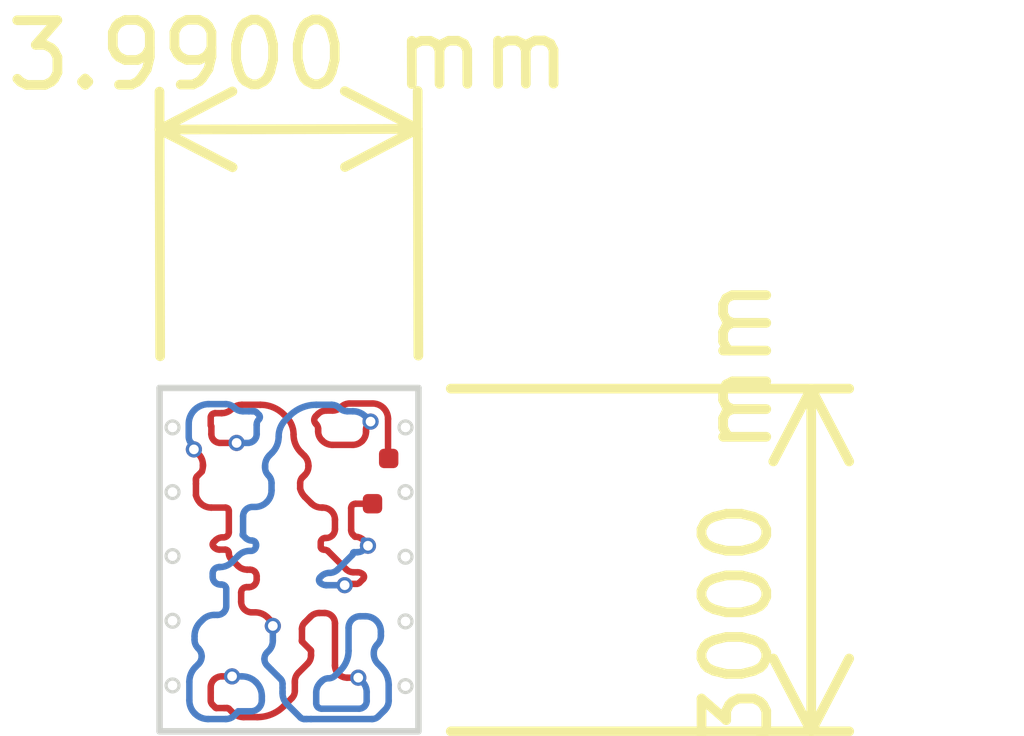
<source format=kicad_pcb>
(kicad_pcb (version 20221018) (generator pcbnew)
  (layers (0 "F.Cu" signal) (31 "B.Cu" signal) (34 "B.Paste" user) (35 "F.Paste" user) (36 "B.SilkS" user "B.Silkscreen") (37 "F.SilkS" user "F.Silkscreen") (38 "B.Mask" user) (39 "F.Mask" user) (44 "Edge.Cuts" user))
  (net 0 "")
  (footprint "nerve_cuff_pads:small_pad_nerve_cuff" (layer "F.Cu") (at 130.49 66.18)
    (fp_text reference "REF**" hide)
    (fp_text value "small_pad_nerve_cuff" hide)
    (pad "1" smd roundrect (at 0 0) (size 0.3 0.3) (layers "F.Cu" "F.Paste" "F.Mask"))
  )
  (footprint "nerve_cuff_pads:small_pad_nerve_cuff" (layer "F.Cu") (at 130.74 65.48)
    (fp_text reference "REF**" hide)
    (fp_text value "small_pad_nerve_cuff" hide)
    (pad "1" smd roundrect (at 0 0) (size 0.3 0.3) (layers "F.Cu" "F.Paste" "F.Mask"))
  )
  (gr_circle (center 131 68) (end 131.1 68) (stroke (width 0.05)) (fill none) (layer "Edge.Cuts"))
  (gr_line (start 127.2 64.39) (end 131.2 64.39) (stroke (width 0.1)) (layer "Edge.Cuts"))
  (gr_line (start 131.2 64.39) (end 131.2 69.7) (stroke (width 0.1)) (layer "Edge.Cuts"))
  (gr_circle (center 127.4 68.99) (end 127.5 68.99) (stroke (width 0.05)) (fill none) (layer "Edge.Cuts"))
  (gr_line (start 127.2 64.39) (end 127.2 69.7) (stroke (width 0.1)) (layer "Edge.Cuts"))
  (gr_circle (center 131 69) (end 131.1 69) (stroke (width 0.05)) (fill none) (layer "Edge.Cuts"))
  (gr_circle (center 131 67) (end 131.1 67) (stroke (width 0.05)) (fill none) (layer "Edge.Cuts"))
  (gr_circle (center 127.4 66.99) (end 127.5 66.99) (stroke (width 0.05)) (fill none) (layer "Edge.Cuts"))
  (gr_circle (center 127.4 65) (end 127.5 65) (stroke (width 0.05)) (fill none) (layer "Edge.Cuts"))
  (gr_circle (center 127.4 67.99) (end 127.5 67.99) (stroke (width 0.05)) (fill none) (layer "Edge.Cuts"))
  (gr_line (start 127.2 69.7) (end 131.195 69.7) (stroke (width 0.1)) (layer "Edge.Cuts"))
  (gr_circle (center 131 65) (end 131.1 65) (stroke (width 0.05)) (fill none) (layer "Edge.Cuts"))
  (gr_circle (center 127.4 66) (end 127.5 66) (stroke (width 0.05)) (fill none) (layer "Edge.Cuts"))
  (gr_circle (center 131 66) (end 131.1 66) (stroke (width 0.05)) (fill none) (layer "Edge.Cuts"))
  (dimension (type aligned) (layer "F.SilkS") (pts (xy 127.21 64.4) (xy 131.2 64.39)) (height -4.006163) (gr_text "3.9900 mm" (at 129.192078 59.238854 0.1435981442) (layer "F.SilkS") (effects (font (size 1 1) (thickness 0.15)))) (format (prefix "") (suffix "") (units 3) (units_format 1) (precision 4)) (style (thickness 0.15) (arrow_length 1.27) (text_position_mode 0) (extension_height 0.58642) (extension_offset 0.5) keep_text_aligned))
  (dimension (type aligned) (layer "F.SilkS") (pts (xy 131.2 64.4) (xy 131.2 69.7)) (height -6.07) (gr_text "5.3000 mm" (at 136.12 67.05 90) (layer "F.SilkS") (effects (font (size 1 1) (thickness 0.15)))) (format (prefix "") (suffix "") (units 3) (units_format 1) (precision 4)) (style (thickness 0.15) (arrow_length 1.27) (text_position_mode 0) (extension_height 0.58642) (extension_offset 0.5) keep_text_aligned))
  (segment (start 130.73 64.868994) (end 130.73 65.462928) (width 0.1) (layer "F.Cu") (net 0))
  (segment (start 129.12 69.31) (end 129.244038 69.185961) (width 0.1) (layer "F.Cu") (net 0))
  (segment (start 128.245 69.34) (end 128.23 69.34) (width 0.1) (layer "F.Cu") (net 0))
  (segment (start 129.667781 67.87) (end 129.75 67.87) (width 0.1) (layer "F.Cu") (net 0))
  (segment (start 129.796336 66.906841) (end 130.083177 67.193682) (width 0.1) (layer "F.Cu") (net 0))
  (segment (start 127.99 69.1) (end 127.99 69.18) (width 0.1) (layer "F.Cu") (net 0))
  (segment (start 128.625 67.86) (end 128.676862 67.86) (width 0.1) (layer "F.Cu") (net 0))
  (segment (start 129.5275 67.9325) (end 129.535 67.925) (width 0.1) (layer "F.Cu") (net 0))
  (segment (start 129.371955 65.859695) (end 129.371955 65.945034) (width 0.1) (layer "F.Cu") (net 0))
  (segment (start 129.403535 68.313535) (end 129.52 68.43) (width 0.1) (layer "F.Cu") (net 0))
  (segment (start 127.87 65.578994) (end 127.87 65.595147) (width 0.1) (layer "F.Cu") (net 0))
  (segment (start 130.22 67.42) (end 130.245 67.42) (width 0.1) (layer "F.Cu") (net 0))
  (segment (start 128.27 66.62) (end 128.27 66.291213) (width 0.1) (layer "F.Cu") (net 0))
  (segment (start 128.05 66.86) (end 128.034142 66.844142) (width 0.1) (layer "F.Cu") (net 0))
  (segment (start 128.065 69.335) (end 128.06 69.33) (width 0.1) (layer "F.Cu") (net 0))
  (segment (start 129.62 64.95) (end 129.614748 64.944748) (width 0.1) (layer "F.Cu") (net 0))
  (segment (start 127.99 64.848284) (end 127.99 64.962928) (width 0.1) (layer "F.Cu") (net 0))
  (segment (start 128.597573 67.2) (end 128.555 67.2) (width 0.1) (layer "F.Cu") (net 0))
  (segment (start 129.5275 67.9325) (end 129.5125 67.9475) (width 0.1) (layer "F.Cu") (net 0))
  (segment (start 129.54 68.457071) (end 129.54 68.525) (width 0.1) (layer "F.Cu") (net 0))
  (segment (start 127.761816 65.798034) (end 127.761816 65.822167) (width 0.1) (layer "F.Cu") (net 0))
  (segment (start 129.722218 66.24) (end 129.705 66.24) (width 0.1) (layer "F.Cu") (net 0))
  (segment (start 128 64.987071) (end 128 65.103431) (width 0.1) (layer "F.Cu") (net 0))
  (segment (start 127.761816 66.048183) (end 127.761816 65.870434) (width 0.1) (layer "F.Cu") (net 0))
  (segment (start 128.30889 67.03889) (end 128.409895 67.139895) (width 0.1) (layer "F.Cu") (net 0))
  (segment (start 129.486966 68.653033) (end 129.346568 68.793431) (width 0.1) (layer "F.Cu") (net 0))
  (segment (start 129.12 64.8) (end 129.156862 64.836862) (width 0.1) (layer "F.Cu") (net 0))
  (segment (start 127.77888 65.756836) (end 127.85204 65.683677) (width 0.1) (layer "F.Cu") (net 0))
  (segment (start 129.91 68.03) (end 129.91 68.682218) (width 0.1) (layer "F.Cu") (net 0))
  (segment (start 127.761816 65.822167) (end 127.761816 65.870434) (width 0.1) (layer "F.Cu") (net 0))
  (segment (start 128.39 65.24) (end 128.136568 65.24) (width 0.1) (layer "F.Cu") (net 0))
  (segment (start 129.5 65.59) (end 129.5 65.602218) (width 0.1) (layer "F.Cu") (net 0))
  (segment (start 130.260502 67.24) (end 130.194998 67.24) (width 0.1) (layer "F.Cu") (net 0))
  (segment (start 129.445 65.735) (end 129.397071 65.782928) (width 0.1) (layer "F.Cu") (net 0))
  (segment (start 128.058284 64.78) (end 128.158076 64.78) (width 0.1) (layer "F.Cu") (net 0))
  (segment (start 128.580502 67.47) (end 128.545 67.47) (width 0.1) (layer "F.Cu") (net 0))
  (segment (start 128.757867 64.65) (end 128.471923 64.65) (width 0.1) (layer "F.Cu") (net 0))
  (segment (start 128.018284 69.288284) (end 128.05 69.32) (width 0.1) (layer "F.Cu") (net 0))
  (segment (start 130.097781 68.87) (end 130.27 68.87) (width 0.1) (layer "F.Cu") (net 0))
  (segment (start 130.735 65.475) (end 130.74 65.48) (width 0.1) (layer "F.Cu") (net 0))
  (segment (start 130.39 65.029497) (end 130.39 65.065147) (width 0.1) (layer "F.Cu") (net 0))
  (segment (start 130.22 67.42) (end 130.17 67.42) (width 0.1) (layer "F.Cu") (net 0))
  (segment (start 128.32 68.85) (end 128.16071 68.85) (width 0.1) (layer "F.Cu") (net 0))
  (segment (start 129.4 68.305) (end 129.4 68.3) (width 0.1) (layer "F.Cu") (net 0))
  (segment (start 130.46 64.91) (end 130.425 64.945) (width 0.1) (layer "F.Cu") (net 0))
  (segment (start 129.29 68.9375) (end 129.29 68.93) (width 0.1) (layer "F.Cu") (net 0))
  (segment (start 129.29 68.9525) (end 129.29 69.075) (width 0.1) (layer "F.Cu") (net 0))
  (segment (start 127.8 65.41) (end 127.73 65.34) (width 0.1) (layer "F.Cu") (net 0))
  (segment (start 129.91 66.427781) (end 129.91 66.573431) (width 0.1) (layer "F.Cu") (net 0))
  (segment (start 129.52 68.43) (end 129.53 68.44) (width 0.1) (layer "F.Cu") (net 0))
  (segment (start 127.99 69.18) (end 127.99 69.22) (width 0.1) (layer "F.Cu") (net 0))
  (segment (start 128.23 69.34) (end 128.2 69.34) (width 0.1) (layer "F.Cu") (net 0))
  (segment (start 129.4 68.29) (end 129.4 68.3) (width 0.1) (layer "F.Cu") (net 0))
  (segment (start 129.69 66.845) (end 129.69 66.78) (width 0.1) (layer "F.Cu") (net 0))
  (segment (start 129.535 68.445) (end 129.53 68.44) (width 0.1) (layer "F.Cu") (net 0))
  (segment (start 130.491005 64.63) (end 130.137781 64.63) (width 0.1) (layer "F.Cu") (net 0))
  (segment (start 129.777781 64.74) (end 129.872218 64.74) (width 0.1) (layer "F.Cu") (net 0))
  (segment (start 128.709583 69.48) (end 128.498994 69.48) (width 0.1) (layer "F.Cu") (net 0))
  (segment (start 129.43636 65.43636) (end 129.383137 65.383137) (width 0.1) (layer "F.Cu") (net 0))
  (segment (start 129.44 68.02) (end 129.5125 67.9475) (width 0.1) (layer "F.Cu") (net 0))
  (segment (start 129.706568 65.196568) (end 129.715 65.205) (width 0.1) (layer "F.Cu") (net 0))
  (segment (start 129.65 65.022426) (end 129.65 65.06) (width 0.1) (layer "F.Cu") (net 0))
  (segment (start 130.22 66.69) (end 130.19 66.66) (width 0.1) (layer "F.Cu") (net 0))
  (segment (start 128.077071 69.34) (end 128.2 69.34) (width 0.1) (layer "F.Cu") (net 0))
  (segment (start 128.7 67.302426) (end 128.7 67.350502) (width 0.1) (layer "F.Cu") (net 0))
  (segment (start 129.4 68.116568) (end 129.4 68.29) (width 0.1) (layer "F.Cu") (net 0))
  (segment (start 127.99 69.1) (end 127.99 69.02071) (width 0.1) (layer "F.Cu") (net 0))
  (segment (start 130.16 66.248284) (end 130.16 66.587573) (width 0.1) (layer "F.Cu") (net 0))
  (segment (start 127.998994 66.24) (end 128.218786 66.24) (width 0.1) (layer "F.Cu") (net 0))
  (segment (start 128.122426 66.89) (end 128.215 66.89) (width 0.1) (layer "F.Cu") (net 0))
  (segment (start 130.17 67.42) (end 130.08 67.42) (width 0.1) (layer "F.Cu") (net 0))
  (segment (start 129.444246 66.074246) (end 129.542824 66.172824) (width 0.1) (layer "F.Cu") (net 0))
  (segment (start 128.05 69.32) (end 128.06 69.33) (width 0.1) (layer "F.Cu") (net 0))
  (segment (start 129.614748 64.825251) (end 129.645 64.795) (width 0.1) (layer "F.Cu") (net 0))
  (segment (start 130.228284 66.18) (end 130.49 66.18) (width 0.1) (layer "F.Cu") (net 0))
  (segment (start 129.29 68.9375) (end 129.29 68.9525) (width 0.1) (layer "F.Cu") (net 0))
  (segment (start 130.53 66.19) (end 130.535 66.185) (width 0.1) (layer "F.Cu") (net 0))
  (segment (start 128.173639 66.7) (end 128.19 66.7) (width 0.1) (layer "F.Cu") (net 0))
  (segment (start 129.445 65.735) (end 129.408477 65.771522) (width 0.1) (layer "F.Cu") (net 0))
  (segment (start 128.95 68.045) (end 128.95 68.07) (width 0.1) (layer "F.Cu") (net 0))
  (segment (start 128.932322 68.002322) (end 128.87 67.94) (width 0.1) (layer "F.Cu") (net 0))
  (segment (start 128.46 67.695) (end 128.46 67.555) (width 0.1) (layer "F.Cu") (net 0))
  (segment (start 129.76 66.71) (end 129.773431 66.71) (width 0.1) (layer "F.Cu") (net 0))
  (segment (start 128.034142 66.775857) (end 128.065 66.745) (width 0.1) (layer "F.Cu") (net 0))
  (segment (start 128.270606 69.350606) (end 128.33 69.41) (width 0.1) (layer "F.Cu") (net 0))
  (segment (start 130.287677 67.402322) (end 130.344999 67.344999) (width 0.1) (layer "F.Cu") (net 0))
  (segment (start 130.185147 65.27) (end 129.871923 65.27) (width 0.1) (layer "F.Cu") (net 0))
  (via (at 130.42 66.83) (size 0.25) (drill 0.15) (layers "F.Cu" "B.Cu") (net 0))
  (via (at 127.73 65.34) (size 0.25) (drill 0.15) (layers "F.Cu" "B.Cu") (net 0))
  (via (at 130.06 67.44) (size 0.25) (drill 0.15) (layers "F.Cu" "B.Cu") (net 0))
  (via (at 128.95 68.07) (size 0.25) (drill 0.15) (layers "F.Cu" "B.Cu") (net 0))
  (via (at 128.32 68.85) (size 0.25) (drill 0.15) (layers "F.Cu" "B.Cu") (net 0))
  (via (at 128.39 65.24) (size 0.25) (drill 0.15) (layers "F.Cu" "B.Cu") (net 0))
  (via (at 130.46 64.91) (size 0.25) (drill 0.15) (layers "F.Cu" "B.Cu") (net 0))
  (via (at 130.27 68.87) (size 0.25) (drill 0.15) (layers "F.Cu" "B.Cu") (net 0))
  (arc (start 129.91 68.682218) (mid 129.924294 68.754079) (end 129.965 68.815) (width 0.1) (layer "F.Cu") (net 0))
  (arc (start 130.491005 64.63) (mid 130.582464 64.648192) (end 130.66 64.7) (width 0.1) (layer "F.Cu") (net 0))
  (arc (start 130.083177 67.193682) (mid 130.134481 67.227962) (end 130.194998 67.24) (width 0.1) (layer "F.Cu") (net 0))
  (arc (start 128.270606 69.350606) (mid 128.258858 69.342756) (end 128.245 69.34) (width 0.1) (layer "F.Cu") (net 0))
  (arc (start 127.77888 65.756836) (mid 127.76625 65.775737) (end 127.761816 65.798034) (width 0.1) (layer "F.Cu") (net 0))
  (arc (start 128.471923 64.65) (mid 128.386997 64.666892) (end 128.315 64.715) (width 0.1) (layer "F.Cu") (net 0))
  (arc (start 127.998994 66.24) (mid 127.907535 66.221807) (end 127.83 66.17) (width 0.1) (layer "F.Cu") (net 0))
  (arc (start 129.59 64.885) (mid 129.596431 64.917335) (end 129.614748 64.944748) (width 0.1) (layer "F.Cu") (net 0))
  (arc (start 127.99 69.02071) (mid 128.002994 68.955382) (end 128.04 68.9) (width 0.1) (layer "F.Cu") (net 0))
  (arc (start 128.173639 66.7) (mid 128.114844 66.711695) (end 128.065 66.745) (width 0.1) (layer "F.Cu") (net 0))
  (arc (start 130.005 64.685) (mid 130.06592 64.644294) (end 130.137781 64.63) (width 0.1) (layer "F.Cu") (net 0))
  (arc (start 128.018284 69.288284) (mid 127.99735 69.256955) (end 127.99 69.22) (width 0.1) (layer "F.Cu") (net 0))
  (arc (start 128.625 67.86) (mid 128.508327 67.811672) (end 128.46 67.695) (width 0.1) (layer "F.Cu") (net 0))
  (arc (start 130.287677 67.402322) (mid 130.268096 67.415405) (end 130.245 67.42) (width 0.1) (layer "F.Cu") (net 0))
  (arc (start 127.87 65.578994) (mid 127.851807 65.487535) (end 127.8 65.41) (width 0.1) (layer "F.Cu") (net 0))
  (arc (start 129.667781 67.87) (mid 129.59592 67.884294) (end 129.535 67.925) (width 0.1) (layer "F.Cu") (net 0))
  (arc (start 129.706568 65.196568) (mid 129.664701 65.13391) (end 129.65 65.06) (width 0.1) (layer "F.Cu") (net 0))
  (arc (start 127.761816 66.048183) (mid 127.78822 66.113667) (end 127.83 66.17) (width 0.1) (layer "F.Cu") (net 0))
  (arc (start 129.855 66.295) (mid 129.895705 66.35592) (end 129.91 66.427781) (width 0.1) (layer "F.Cu") (net 0))
  (arc (start 128.67 67.23) (mid 128.63677 67.207796) (end 128.597573 67.2) (width 0.1) (layer "F.Cu") (net 0))
  (arc (start 129.383137 65.383137) (mid 129.299403 65.25782) (end 129.27 65.11) (width 0.1) (layer "F.Cu") (net 0))
  (arc (start 129.43636 65.43636) (mid 129.48346 65.50685) (end 129.5 65.59) (width 0.1) (layer "F.Cu") (net 0))
  (arc (start 128.04 68.9) (mid 128.095382 68.862994) (end 128.16071 68.85) (width 0.1) (layer "F.Cu") (net 0))
  (arc (start 128.409895 67.139895) (mid 128.476469 67.184379) (end 128.555 67.2) (width 0.1) (layer "F.Cu") (net 0))
  (arc (start 128.01 64.8) (mid 128.032152 64.785197) (end 128.058284 64.78) (width 0.1) (layer "F.Cu") (net 0))
  (arc (start 130.53 66.19) (mid 130.485693 66.219604) (end 130.433431 66.23) (width 0.1) (layer "F.Cu") (net 0))
  (arc (start 129.4 68.305) (mid 129.400918 68.309619) (end 129.403535 68.313535) (width 0.1) (layer "F.Cu") (net 0))
  (arc (start 128.87 67.94) (mid 128.781387 67.880791) (end 128.676862 67.86) (width 0.1) (layer "F.Cu") (net 0))
  (arc (start 129.715 65.205) (mid 129.786997 65.253107) (end 129.871923 65.27) (width 0.1) (layer "F.Cu") (net 0))
  (arc (start 130.18 66.2) (mid 130.165197 66.222152) (end 130.16 66.248284) (width 0.1) (layer "F.Cu") (net 0))
  (arc (start 129.855 66.295) (mid 129.794079 66.254294) (end 129.722218 66.24) (width 0.1) (layer "F.Cu") (net 0))
  (arc (start 129.87 66.67) (mid 129.825693 66.699604) (end 129.773431 66.71) (width 0.1) (layer "F.Cu") (net 0))
  (arc (start 128.67 67.23) (mid 128.692203 67.263229) (end 128.7 67.302426) (width 0.1) (layer "F.Cu") (net 0))
  (arc (start 128.580502 67.47) (mid 128.626232 67.460903) (end 128.665 67.435) (width 0.1) (layer "F.Cu") (net 0))
  (arc (start 129.445 65.735) (mid 129.485705 65.674079) (end 129.5 65.602218) (width 0.1) (layer "F.Cu") (net 0))
  (arc (start 129.614748 64.825251) (mid 129.596431 64.852664) (end 129.59 64.885) (width 0.1) (layer "F.Cu") (net 0))
  (arc (start 129.371955 65.859695) (mid 129.381446 65.811976) (end 129.408477 65.771522) (width 0.1) (layer "F.Cu") (net 0))
  (arc (start 128.01 64.8) (mid 127.995197 64.822152) (end 127.99 64.848284) (width 0.1) (layer "F.Cu") (net 0))
  (arc (start 130.22 66.69) (mid 130.29391 66.704701) (end 130.356568 66.746568) (width 0.1) (layer "F.Cu") (net 0))
  (arc (start 129.29 69.075) (mid 129.278054 69.135051) (end 129.244038 69.185961) (width 0.1) (layer "F.Cu") (net 0))
  (arc (start 129.54 68.457071) (mid 129.5387 68.450538) (end 129.535 68.445) (width 0.1) (layer "F.Cu") (net 0))
  (arc (start 130.39 65.029497) (mid 130.399096 64.983767) (end 130.425 64.945) (width 0.1) (layer "F.Cu") (net 0))
  (arc (start 130.73 65.462928) (mid 130.731299 65.469461) (end 130.735 65.475) (width 0.1) (layer "F.Cu") (net 0))
  (arc (start 130.005 64.685) (mid 129.944079 64.725705) (end 129.872218 64.74) (width 0.1) (layer "F.Cu") (net 0))
  (arc (start 129.156862 64.836862) (mid 129.240596 64.962179) (end 129.27 65.11) (width 0.1) (layer "F.Cu") (net 0))
  (arc (start 130.097781 68.87) (mid 130.02592 68.855705) (end 129.965 68.815) (width 0.1) (layer "F.Cu") (net 0))
  (arc (start 129.12 69.31) (mid 128.931699 69.435818) (end 128.709583 69.48) (width 0.1) (layer "F.Cu") (net 0))
  (arc (start 129.777781 64.74) (mid 129.70592 64.754294) (end 129.645 64.795) (width 0.1) (layer "F.Cu") (net 0))
  (arc (start 129.346568 68.793431) (mid 129.304701 68.856089) (end 129.29 68.93) (width 0.1) (layer "F.Cu") (net 0))
  (arc (start 129.4 68.116568) (mid 129.410395 68.064305) (end 129.44 68.02) (width 0.1) (layer "F.Cu") (net 0))
  (arc (start 128.02 66.81) (mid 128.023675 66.828477) (end 128.034142 66.844142) (width 0.1) (layer "F.Cu") (net 0))
  (arc (start 128.27 66.62) (mid 128.246568 66.676568) (end 128.19 66.7) (width 0.1) (layer "F.Cu") (net 0))
  (arc (start 128.255 66.255) (mid 128.266101 66.271614) (end 128.27 66.291213) (width 0.1) (layer "F.Cu") (net 0))
  (arc (start 130.185147 65.27) (mid 130.26354 65.254406) (end 130.33 65.21) (width 0.1) (layer "F.Cu") (net 0))
  (arc (start 129.87 66.67) (mid 129.899604 66.625693) (end 129.91 66.573431) (width 0.1) (layer "F.Cu") (net 0))
  (arc (start 128.065 69.335) (mid 128.070538 69.3387) (end 128.077071 69.34) (width 0.1) (layer "F.Cu") (net 0))
  (arc (start 129.12 64.8) (mid 128.953852 64.688983) (end 128.757867 64.65) (width 0.1) (layer "F.Cu") (net 0))
  (arc (start 129.91 68.03) (mid 129.863137 67.916862) (end 129.75 67.87) (width 0.1) (layer "F.Cu") (net 0))
  (arc (start 129.735 66.89) (mid 129.70318 66.876819) (end 129.69 66.845) (width 0.1) (layer "F.Cu") (net 0))
  (arc (start 127.995 64.975) (mid 127.991299 64.969461) (end 127.99 64.962928) (width 0.1) (layer "F.Cu") (net 0))
  (arc (start 128.315 64.715) (mid 128.243002 64.763107) (end 128.158076 64.78) (width 0.1) (layer "F.Cu") (net 0))
  (arc (start 130.345 67.275) (mid 130.306232 67.249096) (end 130.260502 67.24) (width 0.1) (layer "F.Cu") (net 0))
  (arc (start 129.735 66.89) (mid 129.766535 66.894679) (end 129.796336 66.906841) (width 0.1) (layer "F.Cu") (net 0))
  (arc (start 130.16 66.587573) (mid 130.167796 66.62677) (end 130.19 66.66) (width 0.1) (layer "F.Cu") (net 0))
  (arc (start 129.444246 66.074246) (mid 129.399933 66.014495) (end 129.371955 65.945034) (width 0.1) (layer "F.Cu") (net 0))
  (arc (start 129.76 66.71) (mid 129.710502 66.730502) (end 129.69 66.78) (width 0.1) (layer "F.Cu") (net 0))
  (arc (start 128.02 66.81) (mid 128.023675 66.791522) (end 128.034142 66.775857) (width 0.1) (layer "F.Cu") (net 0))
  (arc (start 128.05 66.86) (mid 128.083229 66.882203) (end 128.122426 66.89) (width 0.1) (layer "F.Cu") (net 0))
  (arc (start 128.255 66.255) (mid 128.238385 66.243898) (end 128.218786 66.24) (width 0.1) (layer "F.Cu") (net 0))
  (arc (start 128.30889 67.03889) (mid 128.280107 66.995813) (end 128.27 66.945) (width 0.1) (layer "F.Cu") (net 0))
  (arc (start 127.85204 65.683677) (mid 127.864797 65.640109) (end 127.87 65.595147) (width 0.1) (layer "F.Cu") (net 0))
  (arc (start 130.228284 66.18) (mid 130.202152 66.185197) (end 130.18 66.2) (width 0.1) (layer "F.Cu") (net 0))
  (arc (start 129.542824 66.172824) (mid 129.617231 66.222541) (end 129.705 66.24) (width 0.1) (layer "F.Cu") (net 0))
  (arc (start 128.27 66.945) (mid 128.25389 66.906109) (end 128.215 66.89) (width 0.1) (layer "F.Cu") (net 0))
  (arc (start 128.7 67.350502) (mid 128.690903 67.396232) (end 128.665 67.435) (width 0.1) (layer "F.Cu") (net 0))
  (arc (start 129.62 64.95) (mid 129.642203 64.983229) (end 129.65 65.022426) (width 0.1) (layer "F.Cu") (net 0))
  (arc (start 130.73 64.868994) (mid 130.711807 64.777535) (end 130.66 64.7) (width 0.1) (layer "F.Cu") (net 0))
  (arc (start 128 65.103431) (mid 128.010395 65.155693) (end 128.04 65.2) (width 0.1) (layer "F.Cu") (net 0))
  (arc (start 128.95 68.045) (mid 128.945405 68.021902) (end 128.932322 68.002322) (width 0.1) (layer "F.Cu") (net 0))
  (arc (start 128.545 67.47) (mid 128.484895 67.494895) (end 128.46 67.555) (width 0.1) (layer "F.Cu") (net 0))
  (arc (start 128 64.987071) (mid 127.9987 64.980538) (end 127.995 64.975) (width 0.1) (layer "F.Cu") (net 0))
  (arc (start 128.04 65.2) (mid 128.084305 65.229604) (end 128.136568 65.24) (width 0.1) (layer "F.Cu") (net 0))
  (arc (start 128.33 69.41) (mid 128.407535 69.461807) (end 128.498994 69.48) (width 0.1) (layer "F.Cu") (net 0))
  (arc (start 129.486966 68.653033) (mid 129.526216 68.59429) (end 129.54 68.525) (width 0.1) (layer "F.Cu") (net 0))
  (arc (start 130.345 67.275) (mid 130.359497 67.309999) (end 130.344999 67.344999) (width 0.1) (layer "F.Cu") (net 0))
  (arc (start 130.33 65.21) (mid 130.374406 65.14354) (end 130.39 65.065147) (width 0.1) (layer "F.Cu") (net 0))
  (segment (start 129.01841 68.83841) (end 128.926287 68.746287) (width 0.1) (layer "B.Cu") (net 0))
  (segment (start 127.65 65.143431) (end 127.65 64.947279) (width 0.1) (layer "B.Cu") (net 0))
  (segment (start 129.54 69.51) (end 130.483431 69.51) (width 0.1) (layer "B.Cu") (net 0))
  (segment (start 130.4 69.091923) (end 130.4 69.230502) (width 0.1) (layer "B.Cu") (net 0))
  (segment (start 128.415 69.39) (end 128.609289 69.39) (width 0.1) (layer "B.Cu") (net 0))
  (segment (start 127.73 65.309403) (end 127.73 65.34) (width 0.1) (layer "B.Cu") (net 0))
  (segment (start 129.47 69.51) (end 129.435 69.51) (width 0.1) (layer "B.Cu") (net 0))
  (segment (start 130.205 66.93) (end 130.255 66.93) (width 0.1) (layer "B.Cu") (net 0))
  (segment (start 127.66 69.219791) (end 127.66 68.93435) (width 0.1) (layer "B.Cu") (net 0))
  (segment (start 128.222218 69.51) (end 127.950208 69.51) (width 0.1) (layer "B.Cu") (net 0))
  (segment (start 130.67 69.38) (end 130.65 69.4) (width 0.1) (layer "B.Cu") (net 0))
  (segment (start 129.04 65.14) (end 129.04 65.141507) (width 0.1) (layer "B.Cu") (net 0))
  (segment (start 130.51 68.487781) (end 130.51 68.5) (width 0.1) (layer "B.Cu") (net 0))
  (segment (start 129.05159 68.87159) (end 129.06818 68.88818) (width 0.1) (layer "B.Cu") (net 0))
  (segment (start 128.78 69.219289) (end 128.78 69.157279) (width 0.1) (layer "B.Cu") (net 0))
  (segment (start 129.17071 69.28071) (end 129.375251 69.485251) (width 0.1) (layer "B.Cu") (net 0))
  (segment (start 127.708365 65.257172) (end 127.671506 65.220313) (width 0.1) (layer "B.Cu") (net 0))
  (segment (start 128.697677 64.767677) (end 128.735 64.805) (width 0.1) (layer "B.Cu") (net 0))
  (segment (start 128.7 64.959497) (end 128.7 64.962248) (width 0.1) (layer "B.Cu") (net 0))
  (segment (start 128.487781 64.75) (end 128.58 64.75) (width 0.1) (layer "B.Cu") (net 0))
  (segment (start 130.62 68.158994) (end 130.62 68.222218) (width 0.1) (layer "B.Cu") (net 0))
  (segment (start 128.655 64.75) (end 128.63 64.75) (width 0.1) (layer "B.Cu") (net 0))
  (segment (start 130.375 66.765) (end 130.356568 66.746568) (width 0.1) (layer "B.Cu") (net 0))
  (segment (start 128.61 66.91) (end 128.59 66.91) (width 0.1) (layer "B.Cu") (net 0))
  (segment (start 130.65 69.4) (end 130.58 69.47) (width 0.1) (layer "B.Cu") (net 0))
  (segment (start 130.573639 68.653639) (end 130.625 68.705) (width 0.1) (layer "B.Cu") (net 0))
  (segment (start 127.957279 64.64) (end 128.222218 64.64) (width 0.1) (layer "B.Cu") (net 0))
  (segment (start 128.69 66.83) (end 128.69 66.81) (width 0.1) (layer "B.Cu") (net 0))
  (segment (start 129.54 69.51) (end 129.47 69.51) (width 0.1) (layer "B.Cu") (net 0))
  (segment (start 128.32 68.85) (end 128.47272 68.85) (width 0.1) (layer "B.Cu") (net 0))
  (segment (start 129.776568 67.44) (end 130.06 67.44) (width 0.1) (layer "B.Cu") (net 0))
  (segment (start 127.800502 68.420502) (end 127.795 68.415) (width 0.1) (layer "B.Cu") (net 0))
  (segment (start 127.74 68.23) (end 127.74 68.282218) (width 0.1) (layer "B.Cu") (net 0))
  (segment (start 129.1 69.0825) (end 129.1 69.11) (width 0.1) (layer "B.Cu") (net 0))
  (segment (start 130.12 68.1) (end 130.12 68.453223) (width 0.1) (layer "B.Cu") (net 0))
  (segment (start 130.375 66.875) (end 130.365961 66.884038) (width 0.1) (layer "B.Cu") (net 0))
  (segment (start 130.38 64.83) (end 130.46 64.91) (width 0.1) (layer "B.Cu") (net 0))
  (segment (start 128.95 68.298076) (end 128.95 68.11) (width 0.1) (layer "B.Cu") (net 0))
  (segment (start 128.83 65.595) (end 128.83 65.619289) (width 0.1) (layer "B.Cu") (net 0))
  (segment (start 128.883713 68.703713) (end 128.926287 68.746287) (width 0.1) (layer "B.Cu") (net 0))
  (segment (start 129.62 69.101923) (end 129.62 69.264644) (width 0.1) (layer "B.Cu") (net 0))
  (segment (start 128.635 66.23) (end 128.673933 66.23) (width 0.1) (layer "B.Cu") (net 0))
  (segment (start 128.406464 69.403535) (end 128.355 69.455) (width 0.1) (layer "B.Cu") (net 0))
  (segment (start 128.49 66.375) (end 128.49 66.642928) (width 0.1) (layer "B.Cu") (net 0))
  (segment (start 128.563431 65.24) (end 128.47 65.24) (width 0.1) (layer "B.Cu") (net 0))
  (segment (start 128.884999 68.454999) (end 128.862426 68.477573) (width 0.1) (layer "B.Cu") (net 0))
  (segment (start 130.280502 69.35) (end 129.705355 69.35) (width 0.1) (layer "B.Cu") (net 0))
  (segment (start 130.3 67.92) (end 130.381005 67.92) (width 0.1) (layer "B.Cu") (net 0))
  (segment (start 128.23 67.763431) (end 128.23 67.5) (width 0.1) (layer "B.Cu") (net 0))
  (segment (start 129.679999 67.319999) (end 129.696966 67.303033) (width 0.1) (layer "B.Cu") (net 0))
  (segment (start 130.74 68.982634) (end 130.74 69.225147) (width 0.1) (layer "B.Cu") (net 0))
  (segment (start 129.1 69.0275) (end 129.1 69.0825) (width 0.1) (layer "B.Cu") (net 0))
  (segment (start 128.93 65.86071) (end 128.93 65.973933) (width 0.1) (layer "B.Cu") (net 0))
  (segment (start 130.335 68.935) (end 130.27 68.87) (width 0.1) (layer "B.Cu") (net 0))
  (segment (start 129.912426 68.837573) (end 129.995 68.755) (width 0.1) (layer "B.Cu") (net 0))
  (segment (start 128.485 66.665) (end 128.527573 66.707573) (width 0.1) (layer "B.Cu") (net 0))
  (segment (start 128.045 67.9) (end 128.093431 67.9) (width 0.1) (layer "B.Cu") (net 0))
  (segment (start 128.897175 65.432824) (end 128.935 65.395) (width 0.1) (layer "B.Cu") (net 0))
  (segment (start 127.865753 67.974246) (end 127.831923 68.008075) (width 0.1) (layer "B.Cu") (net 0))
  (segment (start 130.68 69.37) (end 130.67 69.38) (width 0.1) (layer "B.Cu") (net 0))
  (segment (start 130.10071 64.75) (end 130.186862 64.75) (width 0.1) (layer "B.Cu") (net 0))
  (segment (start 129.01841 68.83841) (end 129.05159 68.87159) (width 0.1) (layer "B.Cu") (net 0))
  (segment (start 128.139497 67.43) (end 128.16 67.43) (width 0.1) (layer "B.Cu") (net 0))
  (segment (start 128.883713 68.703713) (end 128.862426 68.682426) (width 0.1) (layer "B.Cu") (net 0))
  (segment (start 128.7 64.962248) (end 128.7 64.967751) (width 0.1) (layer "B.Cu") (net 0))
  (segment (start 130.179393 66.970606) (end 129.953033 67.196966) (width 0.1) (layer "B.Cu") (net 0))
  (segment (start 129.620416 64.65) (end 129.859289 64.65) (width 0.1) (layer "B.Cu") (net 0))
  (segment (start 128.63 64.75) (end 128.58 64.75) (width 0.1) (layer "B.Cu") (net 0))
  (segment (start 128.419289 66.98071) (end 128.317781 67.082218) (width 0.1) (layer "B.Cu") (net 0))
  (segment (start 128.02 67.310502) (end 128.02 67.26) (width 0.1) (layer "B.Cu") (net 0))
  (segment (start 127.754999 68.704999) (end 127.800502 68.659497) (width 0.1) (layer "B.Cu") (net 0))
  (segment (start 128.12 67.16) (end 128.13 67.16) (width 0.1) (layer "B.Cu") (net 0))
  (segment (start 129.1 69.0275) (end 129.1 68.965) (width 0.1) (layer "B.Cu") (net 0))
  (segment (start 128.7 65.103431) (end 128.7 64.967751) (width 0.1) (layer "B.Cu") (net 0))
  (segment (start 129.684999 68.944999) (end 129.707573 68.922426) (width 0.1) (layer "B.Cu") (net 0))
  (segment (start 129.209999 64.819999) (end 129.146066 64.883933) (width 0.1) (layer "B.Cu") (net 0))
  (arc (start 130.365 69.315) (mid 130.390903 69.276232) (end 130.4 69.230502) (width 0.1) (layer "B.Cu") (net 0))
  (arc (start 129.645 69.325) (mid 129.626497 69.297308) (end 129.62 69.264644) (width 0.1) (layer "B.Cu") (net 0))
  (arc (start 127.957279 64.64) (mid 127.839688 64.66339) (end 127.74 64.73) (width 0.1) (layer "B.Cu") (net 0))
  (arc (start 129.825 67.25) (mid 129.89429 67.236216) (end 129.953033 67.196966) (width 0.1) (layer "B.Cu") (net 0))
  (arc (start 128.897175 65.432824) (mid 128.847458 65.507231) (end 128.83 65.595) (width 0.1) (layer "B.Cu") (net 0))
  (arc (start 128.16 67.43) (mid 128.209497 67.450502) (end 128.23 67.5) (width 0.1) (layer "B.Cu") (net 0))
  (arc (start 128.735 64.875) (mid 128.749497 64.84) (end 128.735 64.805) (width 0.1) (layer "B.Cu") (net 0))
  (arc (start 129.679999 67.319999) (mid 129.663431 67.359999) (end 129.68 67.4) (width 0.1) (layer "B.Cu") (net 0))
  (arc (start 130.68 69.37) (mid 130.724406 69.30354) (end 130.74 69.225147) (width 0.1) (layer "B.Cu") (net 0))
  (arc (start 127.85 68.54) (mid 127.837135 68.604671) (end 127.800502 68.659497) (width 0.1) (layer "B.Cu") (net 0))
  (arc (start 129.81 68.88) (mid 129.754567 68.891026) (end 129.707573 68.922426) (width 0.1) (layer "B.Cu") (net 0))
  (arc (start 128.485 66.655) (mid 128.4887 66.649461) (end 128.49 66.642928) (width 0.1) (layer "B.Cu") (net 0))
  (arc (start 128.66 65.2) (mid 128.615693 65.229604) (end 128.563431 65.24) (width 0.1) (layer "B.Cu") (net 0))
  (arc (start 129.825 67.25) (mid 129.755708 67.263782) (end 129.696966 67.303033) (width 0.1) (layer "B.Cu") (net 0))
  (arc (start 128.527573 66.707573) (mid 128.574567 66.738973) (end 128.63 66.75) (width 0.1) (layer "B.Cu") (net 0))
  (arc (start 129.620416 64.65) (mid 129.3983 64.694181) (end 129.209999 64.819999) (width 0.1) (layer "B.Cu") (net 0))
  (arc (start 128.93 65.86071) (mid 128.917005 65.795382) (end 128.88 65.74) (width 0.1) (layer "B.Cu") (net 0))
  (arc (start 127.65 65.143431) (mid 127.655888 65.183072) (end 127.671506 65.220313) (width 0.1) (layer "B.Cu") (net 0))
  (arc (start 128.69 66.81) (mid 128.672426 66.767573) (end 128.63 66.75) (width 0.1) (layer "B.Cu") (net 0))
  (arc (start 128.045 67.9) (mid 127.947992 67.919295) (end 127.865753 67.974246) (width 0.1) (layer "B.Cu") (net 0))
  (arc (start 128.13 67.16) (mid 128.231626 67.139785) (end 128.317781 67.082218) (width 0.1) (layer "B.Cu") (net 0))
  (arc (start 130.255 66.93) (mid 130.315051 66.918054) (end 130.365961 66.884038) (width 0.1) (layer "B.Cu") (net 0))
  (arc (start 128.855 66.155) (mid 128.910508 66.071925) (end 128.93 65.973933) (width 0.1) (layer "B.Cu") (net 0))
  (arc (start 130.573639 68.653639) (mid 130.526539 68.583148) (end 130.51 68.5) (width 0.1) (layer "B.Cu") (net 0))
  (arc (start 128.73 69.34) (mid 128.674617 69.377005) (end 128.609289 69.39) (width 0.1) (layer "B.Cu") (net 0))
  (arc (start 130.19 66.945) (mid 130.187243 66.958858) (end 130.179393 66.970606) (width 0.1) (layer "B.Cu") (net 0))
  (arc (start 128.935 65.395) (mid 129.012711 65.278696) (end 129.04 65.141507) (width 0.1) (layer "B.Cu") (net 0))
  (arc (start 128.02 67.310502) (mid 128.029096 67.356232) (end 128.055 67.395) (width 0.1) (layer "B.Cu") (net 0))
  (arc (start 130.10071 64.75) (mid 130.035382 64.737005) (end 129.98 64.7) (width 0.1) (layer "B.Cu") (net 0))
  (arc (start 129.645 69.325) (mid 129.672691 69.343502) (end 129.705355 69.35) (width 0.1) (layer "B.Cu") (net 0))
  (arc (start 128.83 65.619289) (mid 128.842994 65.684617) (end 128.88 65.74) (width 0.1) (layer "B.Cu") (net 0))
  (arc (start 128.61 66.91) (mid 128.666568 66.886568) (end 128.69 66.83) (width 0.1) (layer "B.Cu") (net 0))
  (arc (start 128.485 66.665) (mid 128.482928 66.66) (end 128.485 66.655) (width 0.1) (layer "B.Cu") (net 0))
  (arc (start 129.17071 69.28071) (mid 129.118376 69.202387) (end 129.1 69.11) (width 0.1) (layer "B.Cu") (net 0))
  (arc (start 128.093431 67.9) (mid 128.145693 67.889604) (end 128.19 67.86) (width 0.1) (layer "B.Cu") (net 0))
  (arc (start 127.745 69.425) (mid 127.68209 69.330849) (end 127.66 69.219791) (width 0.1) (layer "B.Cu") (net 0))
  (arc (start 128.7 64.959497) (mid 128.709096 64.913767) (end 128.735 64.875) (width 0.1) (layer "B.Cu") (net 0))
  (arc (start 128.66 65.2) (mid 128.689604 65.155693) (end 128.7 65.103431) (width 0.1) (layer "B.Cu") (net 0))
  (arc (start 129.375251 69.485251) (mid 129.402664 69.503567) (end 129.435 69.51) (width 0.1) (layer "B.Cu") (net 0))
  (arc (start 130.483431 69.51) (mid 130.535693 69.499604) (end 130.58 69.47) (width 0.1) (layer "B.Cu") (net 0))
  (arc (start 130.12 68.1) (mid 130.17272 67.97272) (end 130.3 67.92) (width 0.1) (layer "B.Cu") (net 0))
  (arc (start 128.222218 69.51) (mid 128.294079 69.495705) (end 128.355 69.455) (width 0.1) (layer "B.Cu") (net 0))
  (arc (start 129.995 68.755) (mid 130.087513 68.616543) (end 130.12 68.453223) (width 0.1) (layer "B.Cu") (net 0))
  (arc (start 127.754999 68.704999) (mid 127.684689 68.810226) (end 127.66 68.93435) (width 0.1) (layer "B.Cu") (net 0))
  (arc (start 127.65 64.947279) (mid 127.67339 64.829688) (end 127.74 64.73) (width 0.1) (layer "B.Cu") (net 0))
  (arc (start 127.708365 65.257172) (mid 127.724377 65.281135) (end 127.73 65.309403) (width 0.1) (layer "B.Cu") (net 0))
  (arc (start 127.800502 68.420502) (mid 127.837135 68.475328) (end 127.85 68.54) (width 0.1) (layer "B.Cu") (net 0))
  (arc (start 130.280502 69.35) (mid 130.326232 69.340903) (end 130.365 69.315) (width 0.1) (layer "B.Cu") (net 0))
  (arc (start 130.55 67.99) (mid 130.472464 67.938192) (end 130.381005 67.92) (width 0.1) (layer "B.Cu") (net 0))
  (arc (start 128.635 66.23) (mid 128.532469 66.272469) (end 128.49 66.375) (width 0.1) (layer "B.Cu") (net 0))
  (arc (start 127.745 69.425) (mid 127.83915 69.487909) (end 127.950208 69.51) (width 0.1) (layer "B.Cu") (net 0))
  (arc (start 128.69 68.94) (mid 128.756609 69.039688) (end 128.78 69.157279) (width 0.1) (layer "B.Cu") (net 0))
  (arc (start 128.487781 64.75) (mid 128.41592 64.735705) (end 128.355 64.695) (width 0.1) (layer "B.Cu") (net 0))
  (arc (start 129.776568 67.44) (mid 129.724305 67.429604) (end 129.68 67.4) (width 0.1) (layer "B.Cu") (net 0))
  (arc (start 130.38 64.83) (mid 130.291387 64.770791) (end 130.186862 64.75) (width 0.1) (layer "B.Cu") (net 0))
  (arc (start 128.82 68.58) (mid 128.831026 68.524567) (end 128.862426 68.477573) (width 0.1) (layer "B.Cu") (net 0))
  (arc (start 128.69 68.94) (mid 128.590311 68.87339) (end 128.47272 68.85) (width 0.1) (layer "B.Cu") (net 0))
  (arc (start 128.12 67.16) (mid 128.049289 67.189289) (end 128.02 67.26) (width 0.1) (layer "B.Cu") (net 0))
  (arc (start 128.855 66.155) (mid 128.771925 66.210508) (end 128.673933 66.23) (width 0.1) (layer "B.Cu") (net 0))
  (arc (start 127.795 68.415) (mid 127.754294 68.354079) (end 127.74 68.282218) (width 0.1) (layer "B.Cu") (net 0))
  (arc (start 128.139497 67.43) (mid 128.093767 67.420903) (end 128.055 67.395) (width 0.1) (layer "B.Cu") (net 0))
  (arc (start 130.375 66.765) (mid 130.397781 66.82) (end 130.375 66.875) (width 0.1) (layer "B.Cu") (net 0))
  (arc (start 130.74 68.982634) (mid 130.710112 68.832379) (end 130.625 68.705) (width 0.1) (layer "B.Cu") (net 0))
  (arc (start 128.862426 68.682426) (mid 128.831026 68.635432) (end 128.82 68.58) (width 0.1) (layer "B.Cu") (net 0))
  (arc (start 129.859289 64.65) (mid 129.924617 64.662994) (end 129.98 64.7) (width 0.1) (layer "B.Cu") (net 0))
  (arc (start 129.912426 68.837573) (mid 129.865432 68.868973) (end 129.81 68.88) (width 0.1) (layer "B.Cu") (net 0))
  (arc (start 128.419289 66.98071) (mid 128.497611 66.928376) (end 128.59 66.91) (width 0.1) (layer "B.Cu") (net 0))
  (arc (start 128.19 67.86) (mid 128.219604 67.815693) (end 128.23 67.763431) (width 0.1) (layer "B.Cu") (net 0))
  (arc (start 130.51 68.487781) (mid 130.524294 68.41592) (end 130.565 68.355) (width 0.1) (layer "B.Cu") (net 0))
  (arc (start 130.19 66.945) (mid 130.194393 66.934393) (end 130.205 66.93) (width 0.1) (layer "B.Cu") (net 0))
  (arc (start 130.55 67.99) (mid 130.601807 68.067535) (end 130.62 68.158994) (width 0.1) (layer "B.Cu") (net 0))
  (arc (start 128.222218 64.64) (mid 128.294079 64.654294) (end 128.355 64.695) (width 0.1) (layer "B.Cu") (net 0))
  (arc (start 128.73 69.34) (mid 128.767005 69.284617) (end 128.78 69.219289) (width 0.1) (layer "B.Cu") (net 0))
  (arc (start 130.565 68.355) (mid 130.605705 68.294079) (end 130.62 68.222218) (width 0.1) (layer "B.Cu") (net 0))
  (arc (start 128.406464 69.403535) (mid 128.409081 69.399619) (end 128.41 69.395) (width 0.1) (layer "B.Cu") (net 0))
  (arc (start 129.684999 68.944999) (mid 129.636892 69.016996) (end 129.62 69.101923) (width 0.1) (layer "B.Cu") (net 0))
  (arc (start 130.335 68.935) (mid 130.383107 69.006997) (end 130.4 69.091923) (width 0.1) (layer "B.Cu") (net 0))
  (arc (start 128.697677 64.767677) (mid 128.678096 64.754594) (end 128.655 64.75) (width 0.1) (layer "B.Cu") (net 0))
  (arc (start 129.04 65.14) (mid 129.067565 65.001417) (end 129.146066 64.883933) (width 0.1) (layer "B.Cu") (net 0))
  (arc (start 128.884999 68.454999) (mid 128.933106 68.383002) (end 128.95 68.298076) (width 0.1) (layer "B.Cu") (net 0))
  (arc (start 128.415 69.39) (mid 128.411464 69.391464) (end 128.41 69.395) (width 0.1) (layer "B.Cu") (net 0))
  (arc (start 129.06818 68.88818) (mid 129.09173 68.923425) (end 129.1 68.965) (width 0.1) (layer "B.Cu") (net 0))
  (arc (start 127.74 68.23) (mid 127.763889 68.109895) (end 127.831923 68.008075) (width 0.1) (layer "B.Cu") (net 0))
)
</source>
